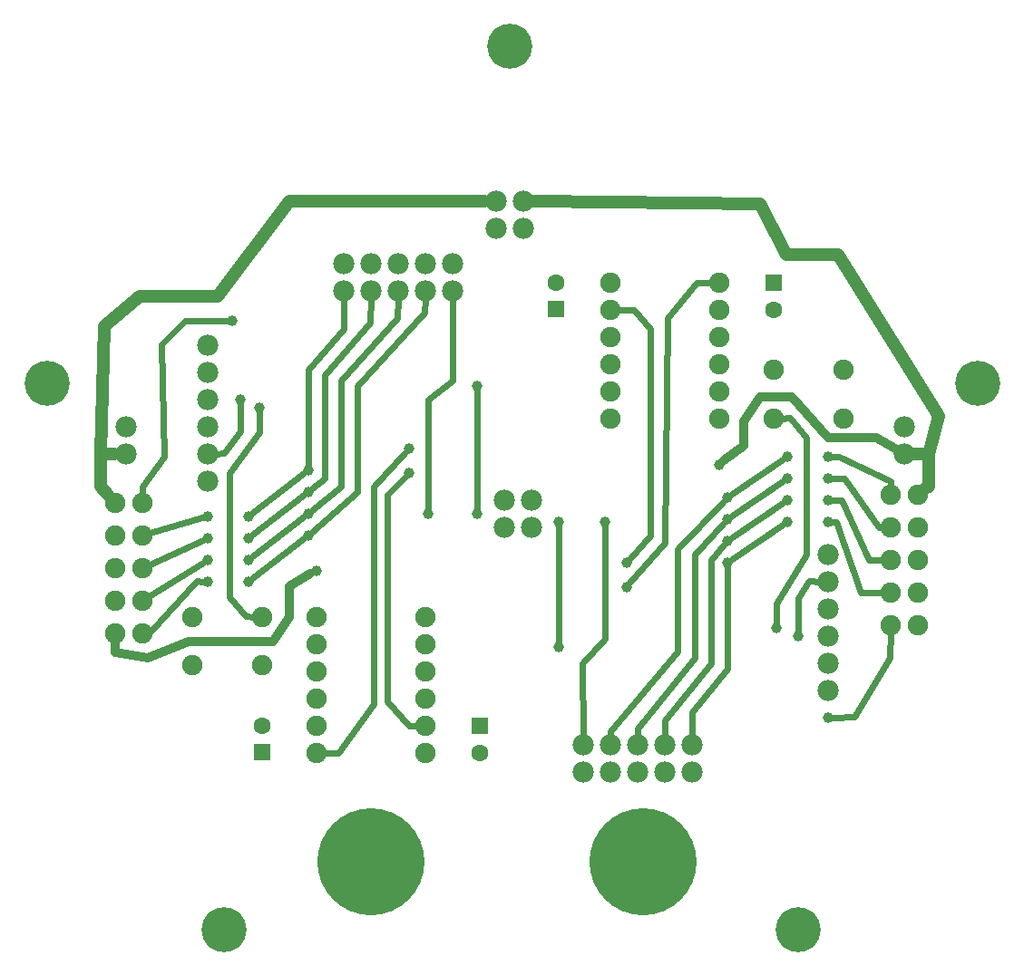
<source format=gbl>
G04 MADE WITH FRITZING*
G04 WWW.FRITZING.ORG*
G04 DOUBLE SIDED*
G04 HOLES PLATED*
G04 CONTOUR ON CENTER OF CONTOUR VECTOR*
%ASAXBY*%
%FSLAX23Y23*%
%MOIN*%
%OFA0B0*%
%SFA1.0B1.0*%
%ADD10C,0.039370*%
%ADD11C,0.075000*%
%ADD12C,0.078000*%
%ADD13C,0.165354*%
%ADD14C,0.062992*%
%ADD15C,0.393700*%
%ADD16R,0.062992X0.062992*%
%ADD17C,0.024000*%
%ADD18C,0.048000*%
%ADD19C,0.032000*%
%LNCOPPER0*%
G90*
G70*
G54D10*
X2970Y1274D03*
X2890Y1304D03*
X920Y2144D03*
X990Y2114D03*
G54D11*
X3310Y1314D03*
X3410Y1314D03*
X560Y1284D03*
X460Y1284D03*
X560Y1404D03*
X460Y1404D03*
X560Y1764D03*
X460Y1764D03*
X560Y1644D03*
X460Y1644D03*
X560Y1524D03*
X460Y1524D03*
X3310Y1794D03*
X3410Y1794D03*
X3310Y1434D03*
X3410Y1434D03*
X3310Y1554D03*
X3410Y1554D03*
X3310Y1674D03*
X3410Y1674D03*
G54D10*
X950Y1474D03*
X950Y1634D03*
X800Y1714D03*
X950Y1554D03*
X800Y1634D03*
X800Y1554D03*
X950Y1714D03*
X800Y1474D03*
X3080Y1774D03*
X3080Y1854D03*
X3080Y1934D03*
X3080Y1694D03*
X2930Y1934D03*
X2930Y1854D03*
X2930Y1774D03*
X2930Y1694D03*
X2090Y1694D03*
X2090Y1234D03*
X3080Y974D03*
X1790Y1724D03*
X1790Y2194D03*
X890Y2434D03*
X2680Y1904D03*
X1201Y1514D03*
G54D12*
X1860Y2874D03*
X1860Y2774D03*
X1860Y2874D03*
X1860Y2774D03*
X1960Y2774D03*
X1960Y2874D03*
G54D13*
X3630Y2204D03*
X2970Y194D03*
X860Y194D03*
X210Y2204D03*
X1910Y3444D03*
G54D10*
X1170Y1884D03*
X2710Y1784D03*
X1170Y1804D03*
X2710Y1704D03*
X1170Y1724D03*
X2710Y1624D03*
X1170Y1644D03*
X2710Y1544D03*
X1540Y1964D03*
X2340Y1544D03*
X1540Y1874D03*
X2340Y1454D03*
X2260Y1694D03*
X1610Y1724D03*
G54D11*
X2680Y2574D03*
X2280Y2574D03*
X1200Y844D03*
X1600Y844D03*
X2680Y2474D03*
X2280Y2474D03*
X1200Y944D03*
X1600Y944D03*
X2680Y2374D03*
X2280Y2374D03*
X1200Y1044D03*
X1600Y1044D03*
X2680Y2274D03*
X2280Y2274D03*
X1200Y1144D03*
X1600Y1144D03*
X2680Y2174D03*
X2280Y2174D03*
X1200Y1244D03*
X1600Y1244D03*
X2680Y2074D03*
X2280Y2074D03*
X1200Y1344D03*
X1600Y1344D03*
G54D14*
X2880Y2572D03*
X2880Y2474D03*
X1000Y845D03*
X1000Y944D03*
X2080Y2476D03*
X2080Y2574D03*
X1800Y942D03*
X1800Y844D03*
G54D12*
X2180Y774D03*
X2280Y774D03*
X2380Y774D03*
X2480Y774D03*
X2580Y774D03*
X1700Y2644D03*
X1600Y2644D03*
X1500Y2644D03*
X1400Y2644D03*
X1300Y2644D03*
X2180Y874D03*
X2280Y874D03*
X2380Y874D03*
X2480Y874D03*
X2580Y874D03*
X1700Y2544D03*
X1600Y2544D03*
X1500Y2544D03*
X1400Y2544D03*
X1300Y2544D03*
X3080Y1074D03*
X3080Y1174D03*
X3080Y1274D03*
X3080Y1374D03*
X3080Y1474D03*
X3080Y1574D03*
X800Y2344D03*
X800Y2244D03*
X800Y2144D03*
X800Y2044D03*
X800Y1944D03*
X800Y1844D03*
G54D11*
X2880Y2251D03*
X3136Y2251D03*
X2880Y2074D03*
X3136Y2074D03*
X1000Y1167D03*
X744Y1167D03*
X1000Y1344D03*
X744Y1344D03*
G54D15*
X2400Y444D03*
X1400Y444D03*
G54D12*
X1990Y1674D03*
X1990Y1774D03*
X1890Y1674D03*
X1890Y1774D03*
X3360Y1944D03*
X3360Y2044D03*
X500Y2044D03*
X500Y1944D03*
G54D16*
X2880Y2572D03*
X1000Y845D03*
X2080Y2476D03*
X1800Y942D03*
G54D17*
X2970Y1413D02*
X2970Y1293D01*
D02*
X3010Y1475D02*
X2970Y1413D01*
D02*
X3050Y1474D02*
X3010Y1475D01*
D02*
X3001Y2004D02*
X2940Y2075D01*
D02*
X3001Y1573D02*
X3001Y2004D01*
D02*
X2890Y1393D02*
X3001Y1573D01*
D02*
X2940Y2075D02*
X2909Y2074D01*
D02*
X2890Y1323D02*
X2890Y1393D01*
D02*
X860Y1945D02*
X830Y1944D01*
D02*
X920Y2025D02*
X860Y1945D01*
D02*
X920Y2125D02*
X920Y2025D01*
D02*
X991Y2023D02*
X880Y1874D01*
D02*
X880Y1874D02*
X880Y1415D01*
D02*
X880Y1415D02*
X940Y1345D01*
D02*
X940Y1345D02*
X971Y1344D01*
D02*
X990Y2095D02*
X991Y2023D01*
D02*
X2726Y1555D02*
X2914Y1683D01*
D02*
X2726Y1635D02*
X2914Y1763D01*
D02*
X2726Y1715D02*
X2914Y1843D01*
D02*
X2726Y1795D02*
X2914Y1923D01*
D02*
X3200Y1434D02*
X3110Y1694D01*
D02*
X3110Y1694D02*
X3099Y1694D01*
D02*
X3281Y1434D02*
X3200Y1434D01*
D02*
X3231Y1554D02*
X3130Y1774D01*
D02*
X3130Y1774D02*
X3099Y1774D01*
D02*
X3281Y1554D02*
X3231Y1554D01*
D02*
X3269Y1674D02*
X3140Y1853D01*
D02*
X3140Y1853D02*
X3099Y1854D01*
D02*
X3281Y1674D02*
X3269Y1674D01*
D02*
X3310Y1843D02*
X3120Y1934D01*
D02*
X3120Y1934D02*
X3099Y1934D01*
D02*
X3310Y1822D02*
X3310Y1843D01*
D02*
X965Y1725D02*
X1155Y1872D01*
D02*
X965Y1645D02*
X1155Y1792D01*
D02*
X965Y1565D02*
X1155Y1712D01*
D02*
X965Y1485D02*
X1155Y1632D01*
D02*
X2090Y1253D02*
X2090Y1675D01*
D02*
X3179Y975D02*
X3309Y1193D01*
D02*
X3309Y1193D02*
X3310Y1285D01*
D02*
X3099Y974D02*
X3179Y975D01*
D02*
X589Y1285D02*
X760Y1475D01*
D02*
X760Y1475D02*
X781Y1474D01*
D02*
X589Y1285D02*
X589Y1285D01*
D02*
X584Y1419D02*
X784Y1544D01*
D02*
X586Y1536D02*
X783Y1626D01*
D02*
X587Y1652D02*
X782Y1708D01*
D02*
X630Y2345D02*
X719Y2434D01*
D02*
X640Y1934D02*
X630Y2345D01*
D02*
X560Y1823D02*
X640Y1934D01*
D02*
X719Y2434D02*
X871Y2434D01*
D02*
X560Y1792D02*
X560Y1823D01*
D02*
X1790Y2175D02*
X1790Y1743D01*
G54D18*
D02*
X1819Y2874D02*
X1100Y2874D01*
D02*
X3450Y1943D02*
X3489Y2083D01*
D02*
X3489Y2083D02*
X3119Y2675D01*
D02*
X3119Y2675D02*
X2929Y2675D01*
D02*
X2929Y2675D02*
X2831Y2864D01*
D02*
X2831Y2864D02*
X2001Y2873D01*
D02*
X1100Y2874D02*
X839Y2523D01*
D02*
X839Y2523D02*
X551Y2523D01*
D02*
X551Y2523D02*
X421Y2413D01*
D02*
X421Y2413D02*
X409Y1943D01*
D02*
X409Y1943D02*
X459Y1943D01*
D02*
X3401Y1943D02*
X3450Y1943D01*
D02*
X409Y1824D02*
X434Y1794D01*
D02*
X409Y1943D02*
X409Y1824D01*
D02*
X3450Y1824D02*
X3442Y1818D01*
D02*
X3450Y1943D02*
X3450Y1824D01*
G54D19*
D02*
X3259Y2004D02*
X3329Y1962D01*
D02*
X3081Y2004D02*
X3259Y2004D01*
D02*
X2949Y2154D02*
X3081Y2004D01*
D02*
X2830Y2154D02*
X2949Y2154D01*
D02*
X2771Y2063D02*
X2830Y2154D01*
D02*
X2771Y1974D02*
X2771Y2063D01*
D02*
X2699Y1919D02*
X2771Y1974D01*
D02*
X460Y1213D02*
X460Y1250D01*
D02*
X580Y1193D02*
X460Y1213D01*
D02*
X730Y1254D02*
X580Y1193D01*
D02*
X1040Y1254D02*
X730Y1254D01*
D02*
X1101Y1343D02*
X1040Y1254D01*
D02*
X1101Y1455D02*
X1101Y1343D01*
D02*
X1179Y1502D02*
X1101Y1455D01*
G54D17*
D02*
X1611Y2144D02*
X1700Y2213D01*
D02*
X1700Y2213D02*
X1700Y2514D01*
D02*
X1610Y1743D02*
X1611Y2144D01*
D02*
X1171Y2254D02*
X1301Y2404D01*
D02*
X1301Y2404D02*
X1300Y2514D01*
D02*
X1170Y1903D02*
X1171Y2254D01*
D02*
X1230Y1853D02*
X1230Y2234D01*
D02*
X1230Y2234D02*
X1399Y2425D01*
D02*
X1399Y2425D02*
X1400Y2514D01*
D02*
X1185Y1816D02*
X1230Y1853D01*
D02*
X1290Y1824D02*
X1290Y2213D01*
D02*
X1290Y2213D02*
X1499Y2443D01*
D02*
X1499Y2443D02*
X1500Y2514D01*
D02*
X1185Y1736D02*
X1290Y1824D01*
D02*
X1351Y1804D02*
X1351Y2193D01*
D02*
X1351Y2193D02*
X1599Y2463D01*
D02*
X1599Y2463D02*
X1600Y2514D01*
D02*
X1184Y1656D02*
X1351Y1804D01*
D02*
X1540Y944D02*
X1460Y1033D01*
D02*
X1460Y1033D02*
X1460Y1794D01*
D02*
X1460Y1794D02*
X1527Y1860D01*
D02*
X1571Y944D02*
X1540Y944D01*
D02*
X1280Y844D02*
X1410Y1024D01*
D02*
X1410Y1024D02*
X1410Y1824D01*
D02*
X1410Y1824D02*
X1527Y1950D01*
D02*
X1229Y844D02*
X1280Y844D01*
D02*
X2261Y1264D02*
X2179Y1174D01*
D02*
X2179Y1174D02*
X2180Y904D01*
D02*
X2260Y1675D02*
X2261Y1264D01*
D02*
X2581Y993D02*
X2580Y904D01*
D02*
X2711Y1153D02*
X2581Y993D01*
D02*
X2710Y1525D02*
X2711Y1153D01*
D02*
X2480Y963D02*
X2480Y904D01*
D02*
X2651Y1174D02*
X2480Y963D01*
D02*
X2651Y1554D02*
X2651Y1174D01*
D02*
X2698Y1609D02*
X2651Y1554D01*
D02*
X2380Y934D02*
X2380Y904D01*
D02*
X2591Y1194D02*
X2380Y934D01*
D02*
X2591Y1574D02*
X2591Y1194D01*
D02*
X2697Y1690D02*
X2591Y1574D01*
D02*
X2280Y923D02*
X2280Y904D01*
D02*
X2529Y1215D02*
X2280Y923D01*
D02*
X2529Y1593D02*
X2529Y1215D01*
D02*
X2697Y1770D02*
X2529Y1593D01*
D02*
X2429Y1644D02*
X2353Y1558D01*
D02*
X2429Y2404D02*
X2429Y1644D01*
D02*
X2369Y2474D02*
X2429Y2404D01*
D02*
X2309Y2474D02*
X2369Y2474D01*
D02*
X2599Y2574D02*
X2491Y2444D01*
D02*
X2480Y1615D02*
X2352Y1468D01*
D02*
X2491Y2444D02*
X2480Y1615D01*
D02*
X2652Y2574D02*
X2599Y2574D01*
G04 End of Copper0*
M02*
</source>
